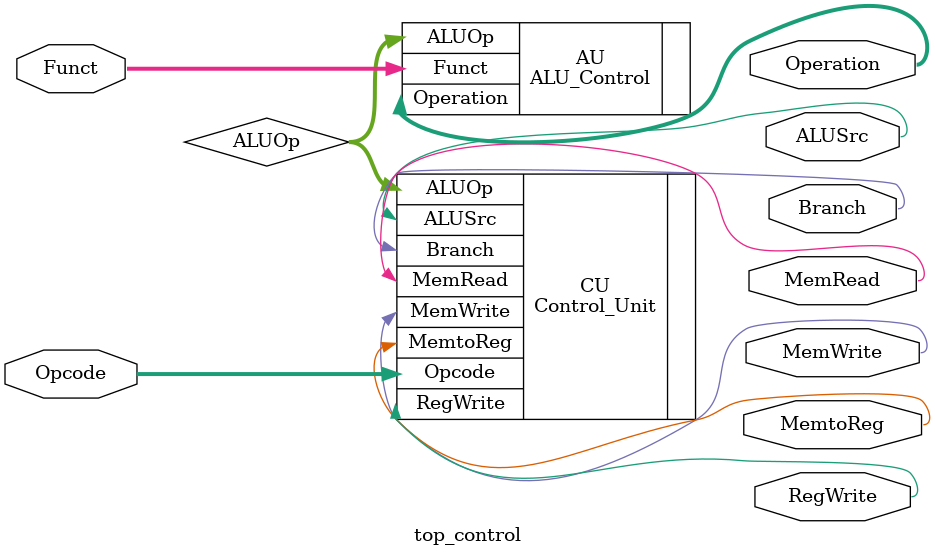
<source format=v>
module top_control
(
input [6:0] Opcode,
input [3:0] Funct,
output Branch,MemRead,MemtoReg,MemWrite,ALUSrc,RegWrite,
output [3:0] Operation
);

wire [1:0] ALUOp;

Control_Unit CU
(
	.Opcode(Opcode),
	.Branch(Branch),
	.MemRead(MemRead),
	.MemtoReg(MemtoReg),
	.ALUOp(ALUOp),
	.MemWrite(MemWrite),
	.ALUSrc(ALUSrc),
	.RegWrite(RegWrite)
);

ALU_Control AU
(
	.ALUOp(ALUOp),
	.Funct(Funct),
	.Operation(Operation)
);

endmodule
</source>
